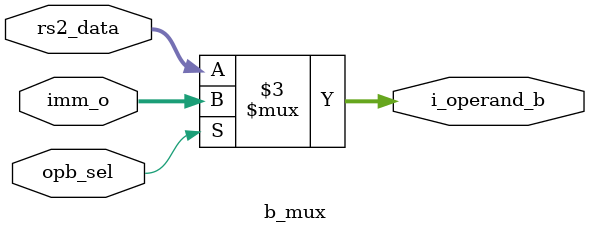
<source format=sv>
module b_mux(
    input logic opb_sel,
    input logic [31:0] imm_o,
    input logic [31:0] rs2_data,
    output logic [31:0] i_operand_b
);

    always @(*) begin
        if (opb_sel) begin
            // Nếu opb_sel = 1, chọn instr
            i_operand_b = imm_o;
        end else begin
            // Nếu opb_sel = 0, chọn rs2_data
            i_operand_b = rs2_data;
        end
    end
endmodule : b_mux
</source>
